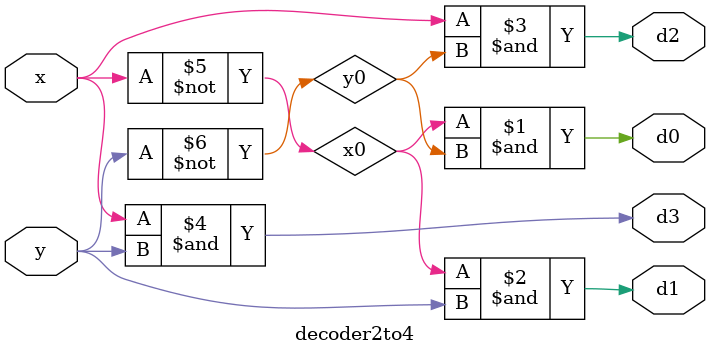
<source format=v>
module decoder2to4(x,y,d0,d1,d2,d3);
	input x,y;
	output d0,d1,d2,d3;
	wire x0,y0;
	not n1(x0,x);
	not n2(y0,y);
	
	and a0(d0,x0,y0);
	and a1(d1,x0,y);
	and a2(d2,x,y0);
	and a3(d3,x,y);
	
endmodule
</source>
